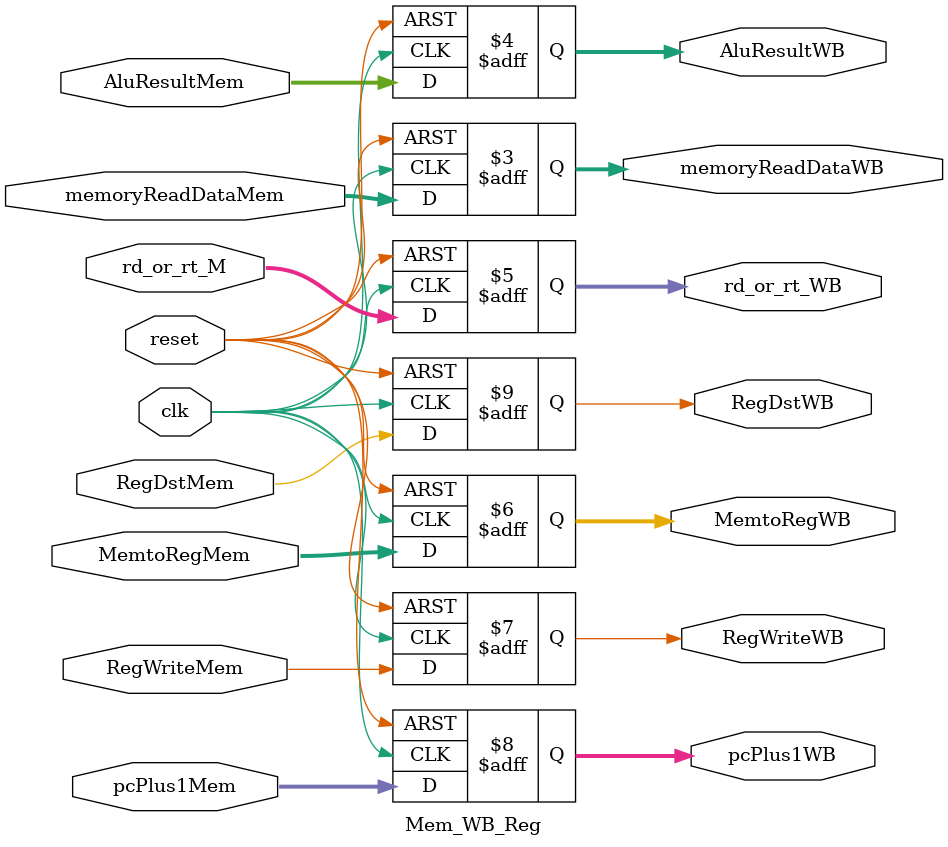
<source format=v>
module Mem_WB_Reg (
    input clk,
    input reset,
    input [31:0] memoryReadDataMem,
    input [31:0] AluResultMem,
    input [4:0] rd_or_rt_M,
    input [1:0] MemtoRegMem,
    input RegWriteMem,
    input [5:0] pcPlus1Mem,
	 input RegDstMem,
   
    output reg [31:0] memoryReadDataWB,
    output reg [31:0] AluResultWB,
    output reg [4:0] rd_or_rt_WB,
    output reg [1:0] MemtoRegWB,
    output reg RegWriteWB,
    output reg [5:0] pcPlus1WB,
	 output reg RegDstWB
);

    always @(posedge clk , negedge reset) begin
        if (~reset)
		  begin
            memoryReadDataWB <= 32'b0;
            AluResultWB      <= 32'b0;
            rd_or_rt_WB      <= 5'b0;
            MemtoRegWB       <= 2'b0;
            RegWriteWB       <= 1'b0;
            
				pcPlus1WB        <= 5'b0;
				RegDstWB         <= 1'b0;
        end
		  else
		  begin
     
            memoryReadDataWB <= memoryReadDataMem;
            AluResultWB      <= AluResultMem;
            rd_or_rt_WB        <= rd_or_rt_M;
            MemtoRegWB       <= MemtoRegMem;
            RegWriteWB       <= RegWriteMem;
           
				pcPlus1WB        <= pcPlus1Mem;
				RegDstWB         <= RegDstMem;
        end
    end

endmodule

// memoryReadData (32 bits), AluResult (32 bits), rt (5 bits), rd (5 bits), MemtoReg (2 bits), RegWrite (1 bit), jump
</source>
